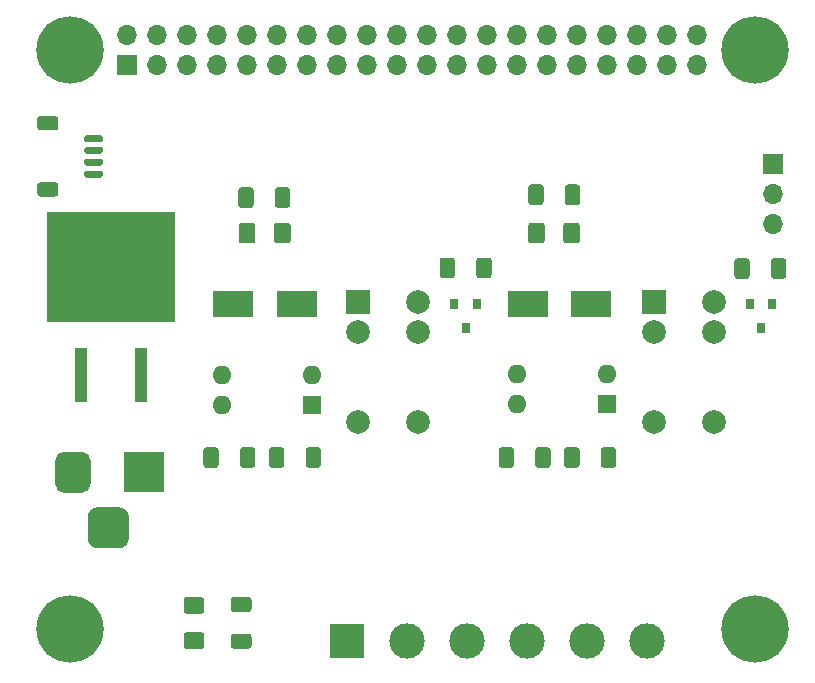
<source format=gbr>
%TF.GenerationSoftware,KiCad,Pcbnew,(5.1.9-0-10_14)*%
%TF.CreationDate,2021-11-09T22:49:23+01:00*%
%TF.ProjectId,xDoor,78446f6f-722e-46b6-9963-61645f706362,rev?*%
%TF.SameCoordinates,Original*%
%TF.FileFunction,Soldermask,Top*%
%TF.FilePolarity,Negative*%
%FSLAX46Y46*%
G04 Gerber Fmt 4.6, Leading zero omitted, Abs format (unit mm)*
G04 Created by KiCad (PCBNEW (5.1.9-0-10_14)) date 2021-11-09 22:49:23*
%MOMM*%
%LPD*%
G01*
G04 APERTURE LIST*
%ADD10O,1.700000X1.700000*%
%ADD11R,1.700000X1.700000*%
%ADD12C,3.000000*%
%ADD13R,3.000000X3.000000*%
%ADD14C,5.700000*%
%ADD15R,3.500000X2.300000*%
%ADD16O,1.600000X1.600000*%
%ADD17R,1.600000X1.600000*%
%ADD18R,0.800000X0.900000*%
%ADD19R,10.800000X9.400000*%
%ADD20R,1.100000X4.600000*%
%ADD21C,2.000000*%
%ADD22R,2.000000X2.000000*%
%ADD23R,3.500000X3.500000*%
G04 APERTURE END LIST*
D10*
%TO.C,J5*%
X63000000Y-18250000D03*
X63000000Y-15710000D03*
D11*
X63000000Y-13170000D03*
%TD*%
D12*
%TO.C,J3*%
X52320000Y-53500000D03*
X47240000Y-53500000D03*
X42160000Y-53500000D03*
D13*
X26920000Y-53500000D03*
D12*
X37080000Y-53500000D03*
X32000000Y-53500000D03*
%TD*%
%TO.C,R9*%
G36*
G01*
X45400000Y-16375000D02*
X45400000Y-15125000D01*
G75*
G02*
X45650000Y-14875000I250000J0D01*
G01*
X46450000Y-14875000D01*
G75*
G02*
X46700000Y-15125000I0J-250000D01*
G01*
X46700000Y-16375000D01*
G75*
G02*
X46450000Y-16625000I-250000J0D01*
G01*
X45650000Y-16625000D01*
G75*
G02*
X45400000Y-16375000I0J250000D01*
G01*
G37*
G36*
G01*
X42300000Y-16375000D02*
X42300000Y-15125000D01*
G75*
G02*
X42550000Y-14875000I250000J0D01*
G01*
X43350000Y-14875000D01*
G75*
G02*
X43600000Y-15125000I0J-250000D01*
G01*
X43600000Y-16375000D01*
G75*
G02*
X43350000Y-16625000I-250000J0D01*
G01*
X42550000Y-16625000D01*
G75*
G02*
X42300000Y-16375000I0J250000D01*
G01*
G37*
%TD*%
%TO.C,R8*%
G36*
G01*
X20850000Y-16625000D02*
X20850000Y-15375000D01*
G75*
G02*
X21100000Y-15125000I250000J0D01*
G01*
X21900000Y-15125000D01*
G75*
G02*
X22150000Y-15375000I0J-250000D01*
G01*
X22150000Y-16625000D01*
G75*
G02*
X21900000Y-16875000I-250000J0D01*
G01*
X21100000Y-16875000D01*
G75*
G02*
X20850000Y-16625000I0J250000D01*
G01*
G37*
G36*
G01*
X17750000Y-16625000D02*
X17750000Y-15375000D01*
G75*
G02*
X18000000Y-15125000I250000J0D01*
G01*
X18800000Y-15125000D01*
G75*
G02*
X19050000Y-15375000I0J-250000D01*
G01*
X19050000Y-16625000D01*
G75*
G02*
X18800000Y-16875000I-250000J0D01*
G01*
X18000000Y-16875000D01*
G75*
G02*
X17750000Y-16625000I0J250000D01*
G01*
G37*
%TD*%
%TO.C,J4*%
G36*
G01*
X974999Y-14700000D02*
X2275001Y-14700000D01*
G75*
G02*
X2525000Y-14949999I0J-249999D01*
G01*
X2525000Y-15650001D01*
G75*
G02*
X2275001Y-15900000I-249999J0D01*
G01*
X974999Y-15900000D01*
G75*
G02*
X725000Y-15650001I0J249999D01*
G01*
X725000Y-14949999D01*
G75*
G02*
X974999Y-14700000I249999J0D01*
G01*
G37*
G36*
G01*
X974999Y-9100000D02*
X2275001Y-9100000D01*
G75*
G02*
X2525000Y-9349999I0J-249999D01*
G01*
X2525000Y-10050001D01*
G75*
G02*
X2275001Y-10300000I-249999J0D01*
G01*
X974999Y-10300000D01*
G75*
G02*
X725000Y-10050001I0J249999D01*
G01*
X725000Y-9349999D01*
G75*
G02*
X974999Y-9100000I249999J0D01*
G01*
G37*
G36*
G01*
X4875000Y-13700000D02*
X6125000Y-13700000D01*
G75*
G02*
X6275000Y-13850000I0J-150000D01*
G01*
X6275000Y-14150000D01*
G75*
G02*
X6125000Y-14300000I-150000J0D01*
G01*
X4875000Y-14300000D01*
G75*
G02*
X4725000Y-14150000I0J150000D01*
G01*
X4725000Y-13850000D01*
G75*
G02*
X4875000Y-13700000I150000J0D01*
G01*
G37*
G36*
G01*
X4875000Y-12700000D02*
X6125000Y-12700000D01*
G75*
G02*
X6275000Y-12850000I0J-150000D01*
G01*
X6275000Y-13150000D01*
G75*
G02*
X6125000Y-13300000I-150000J0D01*
G01*
X4875000Y-13300000D01*
G75*
G02*
X4725000Y-13150000I0J150000D01*
G01*
X4725000Y-12850000D01*
G75*
G02*
X4875000Y-12700000I150000J0D01*
G01*
G37*
G36*
G01*
X4875000Y-11700000D02*
X6125000Y-11700000D01*
G75*
G02*
X6275000Y-11850000I0J-150000D01*
G01*
X6275000Y-12150000D01*
G75*
G02*
X6125000Y-12300000I-150000J0D01*
G01*
X4875000Y-12300000D01*
G75*
G02*
X4725000Y-12150000I0J150000D01*
G01*
X4725000Y-11850000D01*
G75*
G02*
X4875000Y-11700000I150000J0D01*
G01*
G37*
G36*
G01*
X4875000Y-10700000D02*
X6125000Y-10700000D01*
G75*
G02*
X6275000Y-10850000I0J-150000D01*
G01*
X6275000Y-11150000D01*
G75*
G02*
X6125000Y-11300000I-150000J0D01*
G01*
X4875000Y-11300000D01*
G75*
G02*
X4725000Y-11150000I0J150000D01*
G01*
X4725000Y-10850000D01*
G75*
G02*
X4875000Y-10700000I150000J0D01*
G01*
G37*
%TD*%
%TO.C,R7*%
G36*
G01*
X18625000Y-51100000D02*
X17375000Y-51100000D01*
G75*
G02*
X17125000Y-50850000I0J250000D01*
G01*
X17125000Y-50050000D01*
G75*
G02*
X17375000Y-49800000I250000J0D01*
G01*
X18625000Y-49800000D01*
G75*
G02*
X18875000Y-50050000I0J-250000D01*
G01*
X18875000Y-50850000D01*
G75*
G02*
X18625000Y-51100000I-250000J0D01*
G01*
G37*
G36*
G01*
X18625000Y-54200000D02*
X17375000Y-54200000D01*
G75*
G02*
X17125000Y-53950000I0J250000D01*
G01*
X17125000Y-53150000D01*
G75*
G02*
X17375000Y-52900000I250000J0D01*
G01*
X18625000Y-52900000D01*
G75*
G02*
X18875000Y-53150000I0J-250000D01*
G01*
X18875000Y-53950000D01*
G75*
G02*
X18625000Y-54200000I-250000J0D01*
G01*
G37*
%TD*%
%TO.C,R6*%
G36*
G01*
X41100000Y-37375000D02*
X41100000Y-38625000D01*
G75*
G02*
X40850000Y-38875000I-250000J0D01*
G01*
X40050000Y-38875000D01*
G75*
G02*
X39800000Y-38625000I0J250000D01*
G01*
X39800000Y-37375000D01*
G75*
G02*
X40050000Y-37125000I250000J0D01*
G01*
X40850000Y-37125000D01*
G75*
G02*
X41100000Y-37375000I0J-250000D01*
G01*
G37*
G36*
G01*
X44200000Y-37375000D02*
X44200000Y-38625000D01*
G75*
G02*
X43950000Y-38875000I-250000J0D01*
G01*
X43150000Y-38875000D01*
G75*
G02*
X42900000Y-38625000I0J250000D01*
G01*
X42900000Y-37375000D01*
G75*
G02*
X43150000Y-37125000I250000J0D01*
G01*
X43950000Y-37125000D01*
G75*
G02*
X44200000Y-37375000I0J-250000D01*
G01*
G37*
%TD*%
%TO.C,R5*%
G36*
G01*
X16100000Y-37375000D02*
X16100000Y-38625000D01*
G75*
G02*
X15850000Y-38875000I-250000J0D01*
G01*
X15050000Y-38875000D01*
G75*
G02*
X14800000Y-38625000I0J250000D01*
G01*
X14800000Y-37375000D01*
G75*
G02*
X15050000Y-37125000I250000J0D01*
G01*
X15850000Y-37125000D01*
G75*
G02*
X16100000Y-37375000I0J-250000D01*
G01*
G37*
G36*
G01*
X19200000Y-37375000D02*
X19200000Y-38625000D01*
G75*
G02*
X18950000Y-38875000I-250000J0D01*
G01*
X18150000Y-38875000D01*
G75*
G02*
X17900000Y-38625000I0J250000D01*
G01*
X17900000Y-37375000D01*
G75*
G02*
X18150000Y-37125000I250000J0D01*
G01*
X18950000Y-37125000D01*
G75*
G02*
X19200000Y-37375000I0J-250000D01*
G01*
G37*
%TD*%
%TO.C,D5*%
G36*
G01*
X43712500Y-18375000D02*
X43712500Y-19625000D01*
G75*
G02*
X43462500Y-19875000I-250000J0D01*
G01*
X42537500Y-19875000D01*
G75*
G02*
X42287500Y-19625000I0J250000D01*
G01*
X42287500Y-18375000D01*
G75*
G02*
X42537500Y-18125000I250000J0D01*
G01*
X43462500Y-18125000D01*
G75*
G02*
X43712500Y-18375000I0J-250000D01*
G01*
G37*
G36*
G01*
X46687500Y-18375000D02*
X46687500Y-19625000D01*
G75*
G02*
X46437500Y-19875000I-250000J0D01*
G01*
X45512500Y-19875000D01*
G75*
G02*
X45262500Y-19625000I0J250000D01*
G01*
X45262500Y-18375000D01*
G75*
G02*
X45512500Y-18125000I250000J0D01*
G01*
X46437500Y-18125000D01*
G75*
G02*
X46687500Y-18375000I0J-250000D01*
G01*
G37*
%TD*%
%TO.C,D4*%
G36*
G01*
X19212500Y-18375000D02*
X19212500Y-19625000D01*
G75*
G02*
X18962500Y-19875000I-250000J0D01*
G01*
X18037500Y-19875000D01*
G75*
G02*
X17787500Y-19625000I0J250000D01*
G01*
X17787500Y-18375000D01*
G75*
G02*
X18037500Y-18125000I250000J0D01*
G01*
X18962500Y-18125000D01*
G75*
G02*
X19212500Y-18375000I0J-250000D01*
G01*
G37*
G36*
G01*
X22187500Y-18375000D02*
X22187500Y-19625000D01*
G75*
G02*
X21937500Y-19875000I-250000J0D01*
G01*
X21012500Y-19875000D01*
G75*
G02*
X20762500Y-19625000I0J250000D01*
G01*
X20762500Y-18375000D01*
G75*
G02*
X21012500Y-18125000I250000J0D01*
G01*
X21937500Y-18125000D01*
G75*
G02*
X22187500Y-18375000I0J-250000D01*
G01*
G37*
%TD*%
%TO.C,D3*%
G36*
G01*
X14625000Y-51237500D02*
X13375000Y-51237500D01*
G75*
G02*
X13125000Y-50987500I0J250000D01*
G01*
X13125000Y-50062500D01*
G75*
G02*
X13375000Y-49812500I250000J0D01*
G01*
X14625000Y-49812500D01*
G75*
G02*
X14875000Y-50062500I0J-250000D01*
G01*
X14875000Y-50987500D01*
G75*
G02*
X14625000Y-51237500I-250000J0D01*
G01*
G37*
G36*
G01*
X14625000Y-54212500D02*
X13375000Y-54212500D01*
G75*
G02*
X13125000Y-53962500I0J250000D01*
G01*
X13125000Y-53037500D01*
G75*
G02*
X13375000Y-52787500I250000J0D01*
G01*
X14625000Y-52787500D01*
G75*
G02*
X14875000Y-53037500I0J-250000D01*
G01*
X14875000Y-53962500D01*
G75*
G02*
X14625000Y-54212500I-250000J0D01*
G01*
G37*
%TD*%
D14*
%TO.C,H4*%
X61500000Y-52500000D03*
%TD*%
%TO.C,H3*%
X61500000Y-3500000D03*
%TD*%
%TO.C,H2*%
X3500000Y-52500000D03*
%TD*%
%TO.C,H1*%
X3500000Y-3500000D03*
%TD*%
D15*
%TO.C,D2*%
X47650000Y-25000000D03*
X42250000Y-25000000D03*
%TD*%
%TO.C,D1*%
X22750000Y-25000000D03*
X17350000Y-25000000D03*
%TD*%
D16*
%TO.C,U2*%
X41380000Y-33500000D03*
X49000000Y-30960000D03*
X41380000Y-30960000D03*
D17*
X49000000Y-33500000D03*
%TD*%
D16*
%TO.C,U1*%
X16380000Y-33540000D03*
X24000000Y-31000000D03*
X16380000Y-31000000D03*
D17*
X24000000Y-33540000D03*
%TD*%
%TO.C,R4*%
G36*
G01*
X48450000Y-38625000D02*
X48450000Y-37375000D01*
G75*
G02*
X48700000Y-37125000I250000J0D01*
G01*
X49500000Y-37125000D01*
G75*
G02*
X49750000Y-37375000I0J-250000D01*
G01*
X49750000Y-38625000D01*
G75*
G02*
X49500000Y-38875000I-250000J0D01*
G01*
X48700000Y-38875000D01*
G75*
G02*
X48450000Y-38625000I0J250000D01*
G01*
G37*
G36*
G01*
X45350000Y-38625000D02*
X45350000Y-37375000D01*
G75*
G02*
X45600000Y-37125000I250000J0D01*
G01*
X46400000Y-37125000D01*
G75*
G02*
X46650000Y-37375000I0J-250000D01*
G01*
X46650000Y-38625000D01*
G75*
G02*
X46400000Y-38875000I-250000J0D01*
G01*
X45600000Y-38875000D01*
G75*
G02*
X45350000Y-38625000I0J250000D01*
G01*
G37*
%TD*%
%TO.C,R3*%
G36*
G01*
X62850000Y-22625000D02*
X62850000Y-21375000D01*
G75*
G02*
X63100000Y-21125000I250000J0D01*
G01*
X63900000Y-21125000D01*
G75*
G02*
X64150000Y-21375000I0J-250000D01*
G01*
X64150000Y-22625000D01*
G75*
G02*
X63900000Y-22875000I-250000J0D01*
G01*
X63100000Y-22875000D01*
G75*
G02*
X62850000Y-22625000I0J250000D01*
G01*
G37*
G36*
G01*
X59750000Y-22625000D02*
X59750000Y-21375000D01*
G75*
G02*
X60000000Y-21125000I250000J0D01*
G01*
X60800000Y-21125000D01*
G75*
G02*
X61050000Y-21375000I0J-250000D01*
G01*
X61050000Y-22625000D01*
G75*
G02*
X60800000Y-22875000I-250000J0D01*
G01*
X60000000Y-22875000D01*
G75*
G02*
X59750000Y-22625000I0J250000D01*
G01*
G37*
%TD*%
%TO.C,R2*%
G36*
G01*
X23450000Y-38625000D02*
X23450000Y-37375000D01*
G75*
G02*
X23700000Y-37125000I250000J0D01*
G01*
X24500000Y-37125000D01*
G75*
G02*
X24750000Y-37375000I0J-250000D01*
G01*
X24750000Y-38625000D01*
G75*
G02*
X24500000Y-38875000I-250000J0D01*
G01*
X23700000Y-38875000D01*
G75*
G02*
X23450000Y-38625000I0J250000D01*
G01*
G37*
G36*
G01*
X20350000Y-38625000D02*
X20350000Y-37375000D01*
G75*
G02*
X20600000Y-37125000I250000J0D01*
G01*
X21400000Y-37125000D01*
G75*
G02*
X21650000Y-37375000I0J-250000D01*
G01*
X21650000Y-38625000D01*
G75*
G02*
X21400000Y-38875000I-250000J0D01*
G01*
X20600000Y-38875000D01*
G75*
G02*
X20350000Y-38625000I0J250000D01*
G01*
G37*
%TD*%
%TO.C,R1*%
G36*
G01*
X37900000Y-22575000D02*
X37900000Y-21325000D01*
G75*
G02*
X38150000Y-21075000I250000J0D01*
G01*
X38950000Y-21075000D01*
G75*
G02*
X39200000Y-21325000I0J-250000D01*
G01*
X39200000Y-22575000D01*
G75*
G02*
X38950000Y-22825000I-250000J0D01*
G01*
X38150000Y-22825000D01*
G75*
G02*
X37900000Y-22575000I0J250000D01*
G01*
G37*
G36*
G01*
X34800000Y-22575000D02*
X34800000Y-21325000D01*
G75*
G02*
X35050000Y-21075000I250000J0D01*
G01*
X35850000Y-21075000D01*
G75*
G02*
X36100000Y-21325000I0J-250000D01*
G01*
X36100000Y-22575000D01*
G75*
G02*
X35850000Y-22825000I-250000J0D01*
G01*
X35050000Y-22825000D01*
G75*
G02*
X34800000Y-22575000I0J250000D01*
G01*
G37*
%TD*%
D18*
%TO.C,Q3*%
X62000000Y-27000000D03*
X61050000Y-25000000D03*
X62950000Y-25000000D03*
%TD*%
%TO.C,Q2*%
X37000000Y-27000000D03*
X36050000Y-25000000D03*
X37950000Y-25000000D03*
%TD*%
D19*
%TO.C,Q1*%
X7000000Y-21875000D03*
D20*
X9540000Y-31025000D03*
X4460000Y-31025000D03*
%TD*%
D21*
%TO.C,K2*%
X52920000Y-35000000D03*
X58000000Y-35000000D03*
X52920000Y-27380000D03*
D22*
X52920000Y-24840000D03*
D21*
X58000000Y-27380000D03*
X58000000Y-24840000D03*
%TD*%
%TO.C,K1*%
X27920000Y-35000000D03*
X33000000Y-35000000D03*
X27920000Y-27380000D03*
D22*
X27920000Y-24840000D03*
D21*
X33000000Y-27380000D03*
X33000000Y-24840000D03*
%TD*%
%TO.C,J2*%
G36*
G01*
X5000000Y-44825000D02*
X5000000Y-43075000D01*
G75*
G02*
X5875000Y-42200000I875000J0D01*
G01*
X7625000Y-42200000D01*
G75*
G02*
X8500000Y-43075000I0J-875000D01*
G01*
X8500000Y-44825000D01*
G75*
G02*
X7625000Y-45700000I-875000J0D01*
G01*
X5875000Y-45700000D01*
G75*
G02*
X5000000Y-44825000I0J875000D01*
G01*
G37*
G36*
G01*
X2250000Y-40250000D02*
X2250000Y-38250000D01*
G75*
G02*
X3000000Y-37500000I750000J0D01*
G01*
X4500000Y-37500000D01*
G75*
G02*
X5250000Y-38250000I0J-750000D01*
G01*
X5250000Y-40250000D01*
G75*
G02*
X4500000Y-41000000I-750000J0D01*
G01*
X3000000Y-41000000D01*
G75*
G02*
X2250000Y-40250000I0J750000D01*
G01*
G37*
D23*
X9750000Y-39250000D03*
%TD*%
D10*
%TO.C,J1*%
X56630000Y-2230000D03*
X56630000Y-4770000D03*
X54090000Y-2230000D03*
X54090000Y-4770000D03*
X51550000Y-2230000D03*
X51550000Y-4770000D03*
X49010000Y-2230000D03*
X49010000Y-4770000D03*
X46470000Y-2230000D03*
X46470000Y-4770000D03*
X43930000Y-2230000D03*
X43930000Y-4770000D03*
X41390000Y-2230000D03*
X41390000Y-4770000D03*
X38850000Y-2230000D03*
X38850000Y-4770000D03*
X36310000Y-2230000D03*
X36310000Y-4770000D03*
X33770000Y-2230000D03*
X33770000Y-4770000D03*
X31230000Y-2230000D03*
X31230000Y-4770000D03*
X28690000Y-2230000D03*
X28690000Y-4770000D03*
X26150000Y-2230000D03*
X26150000Y-4770000D03*
X23610000Y-2230000D03*
X23610000Y-4770000D03*
X21070000Y-2230000D03*
X21070000Y-4770000D03*
X18530000Y-2230000D03*
X18530000Y-4770000D03*
X15990000Y-2230000D03*
X15990000Y-4770000D03*
X13450000Y-2230000D03*
X13450000Y-4770000D03*
X10910000Y-2230000D03*
X10910000Y-4770000D03*
X8370000Y-2230000D03*
D11*
X8370000Y-4770000D03*
%TD*%
M02*

</source>
